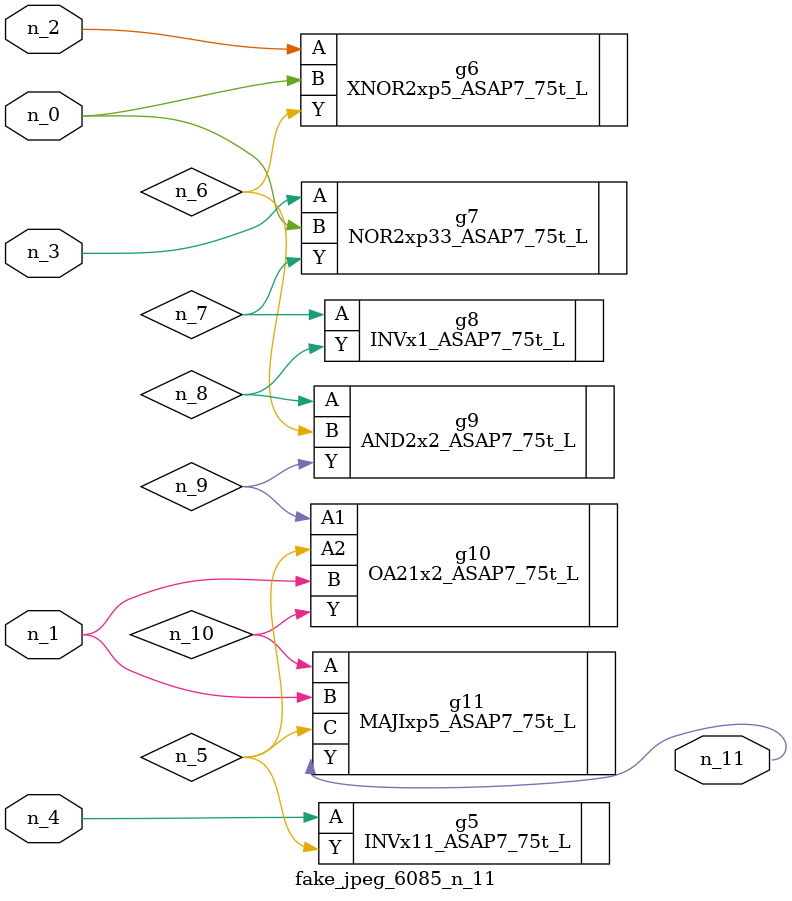
<source format=v>
module fake_jpeg_6085_n_11 (n_3, n_2, n_1, n_0, n_4, n_11);

input n_3;
input n_2;
input n_1;
input n_0;
input n_4;

output n_11;

wire n_10;
wire n_8;
wire n_9;
wire n_6;
wire n_5;
wire n_7;

INVx11_ASAP7_75t_L g5 ( 
.A(n_4),
.Y(n_5)
);

XNOR2xp5_ASAP7_75t_L g6 ( 
.A(n_2),
.B(n_0),
.Y(n_6)
);

NOR2xp33_ASAP7_75t_L g7 ( 
.A(n_3),
.B(n_0),
.Y(n_7)
);

INVx1_ASAP7_75t_L g8 ( 
.A(n_7),
.Y(n_8)
);

AND2x2_ASAP7_75t_L g9 ( 
.A(n_8),
.B(n_6),
.Y(n_9)
);

OA21x2_ASAP7_75t_L g10 ( 
.A1(n_9),
.A2(n_5),
.B(n_1),
.Y(n_10)
);

MAJIxp5_ASAP7_75t_L g11 ( 
.A(n_10),
.B(n_1),
.C(n_5),
.Y(n_11)
);


endmodule
</source>
